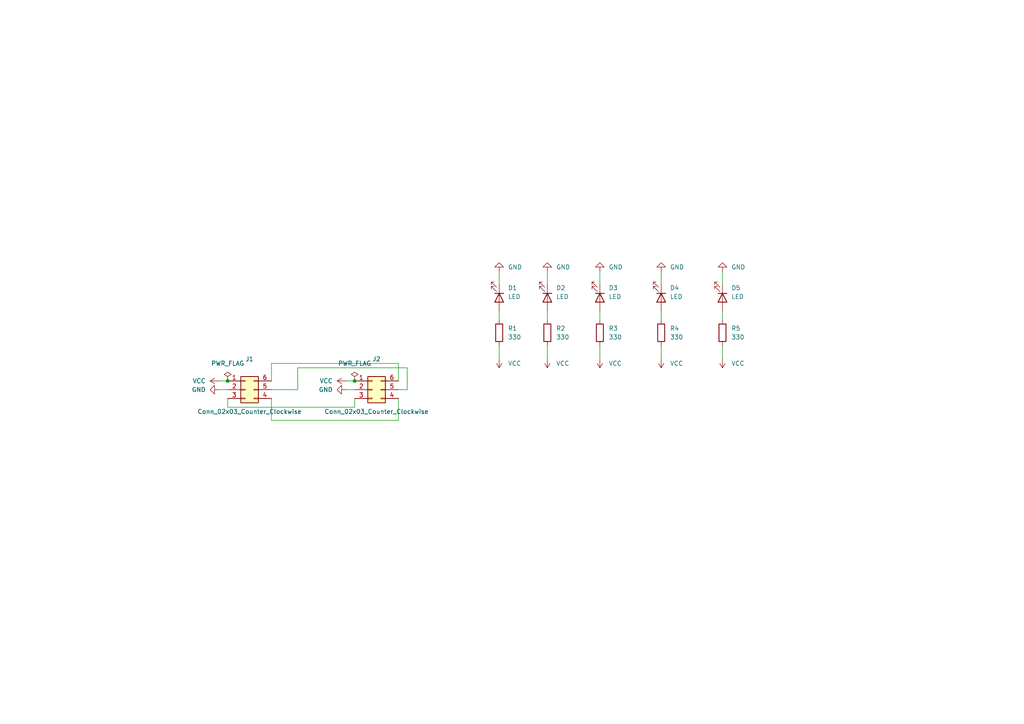
<source format=kicad_sch>
(kicad_sch (version 20211123) (generator eeschema)
  (paper "A4")
  (lib_symbols
    (symbol "Connector_Generic:Conn_02x03_Counter_Clockwise" (pin_names (offset 1.016) hide)
      (property "Reference" "J" (at 1.27 5.08 0))
      (property "Value" "Conn_02x03_Counter_Clockwise" (at 1.27 -5.08 0))
      (symbol "Conn_02x03_Counter_Clockwise_1_1"
        (rectangle (start -1.27 -2.413) (end 0 -2.667) (stroke (width 0.1524)))
        (rectangle (start -1.27 0.127) (end 0 -0.127) (stroke (width 0.1524)))
        (rectangle (start -1.27 2.667) (end 0 2.413) (stroke (width 0.1524)))
        (rectangle (start -1.27 3.81) (end 3.81 -3.81) (stroke (width 0.254)) (fill (type background)))
        (rectangle (start 3.81 -2.413) (end 2.54 -2.667) (stroke (width 0.1524)))
        (rectangle (start 3.81 0.127) (end 2.54 -0.127) (stroke (width 0.1524)))
        (rectangle (start 3.81 2.667) (end 2.54 2.413) (stroke (width 0.1524)))
        (pin passive line (at -5.08 2.54 0) (length 3.81) (name "Pin_1") (number "1"))
        (pin passive line (at -5.08 0 0) (length 3.81) (name "Pin_2") (number "2"))
        (pin passive line (at -5.08 -2.54 0) (length 3.81) (name "Pin_3") (number "3"))
        (pin passive line (at 7.62 -2.54 180) (length 3.81) (name "Pin_4") (number "4"))
        (pin passive line (at 7.62 0 180) (length 3.81) (name "Pin_5") (number "5"))
        (pin passive line (at 7.62 2.54 180) (length 3.81) (name "Pin_6") (number "6"))
      )
    )
    (symbol "Device:LED" (pin_numbers hide) (pin_names (offset 1.016) hide)
      (property "Reference" "D" (at 0 2.54 0))
      (property "Value" "LED" (at 0 -2.54 0))
      (symbol "LED_0_1"
        (polyline (pts (xy -1.27 -1.27) (xy -1.27 1.27)) (stroke (width 0.254)))
        (polyline (pts (xy -1.27 0) (xy 1.27 0)))
        (polyline (pts (xy 1.27 -1.27) (xy 1.27 1.27) (xy -1.27 0) (xy 1.27 -1.27)) (stroke (width 0.254)))
        (polyline (pts (xy -3.048 -0.762) (xy -4.572 -2.286) (xy -3.81 -2.286) (xy -4.572 -2.286) (xy -4.572 -1.524)))
        (polyline (pts (xy -1.778 -0.762) (xy -3.302 -2.286) (xy -2.54 -2.286) (xy -3.302 -2.286) (xy -3.302 -1.524)))
      )
      (symbol "LED_1_1"
        (pin passive line (at -3.81 0 0) (length 2.54) (name "K") (number "1"))
        (pin passive line (at 3.81 0 180) (length 2.54) (name "A") (number "2"))
      )
    )
    (symbol "Device:R" (pin_numbers hide) (pin_names (offset 0))
      (property "Reference" "R" (at 2.032 0 90))
      (property "Value" "R" (at 0 0 90))
      (symbol "R_0_1"
        (rectangle (start -1.016 -2.54) (end 1.016 2.54) (stroke (width 0.254)))
      )
      (symbol "R_1_1"
        (pin passive line (at 0 3.81 270) (length 1.27) (name "~") (number "1"))
        (pin passive line (at 0 -3.81 90) (length 1.27) (name "~") (number "2"))
      )
    )
    (symbol "power:GND" (power) (pin_names (offset 0))
      (property "Value" "GND" (at 0 -3.81 0))
      (symbol "GND_0_1"
        (polyline (pts (xy 0 0) (xy 0 -1.27) (xy 1.27 -1.27) (xy 0 -2.54) (xy -1.27 -1.27) (xy 0 -1.27)))
      )
      (symbol "GND_1_1"
        (pin power_in line (at 0 0 270) (length 0) hide (name "GND") (number "1"))
      )
    )
    (symbol "power:PWR_FLAG" (power) (pin_numbers hide) (pin_names (offset 0) hide)
      (property "Value" "PWR_FLAG" (at 0 3.81 0))
      (symbol "PWR_FLAG_0_0"
        (pin power_out line (at 0 0 90) (length 0) (name "pwr") (number "1"))
      )
      (symbol "PWR_FLAG_0_1"
        (polyline (pts (xy 0 0) (xy 0 1.27) (xy -1.016 1.905) (xy 0 2.54) (xy 1.016 1.905) (xy 0 1.27)))
      )
    )
    (symbol "power:VCC" (power) (pin_names (offset 0))
      (property "Value" "VCC" (at 0 3.81 0))
      (symbol "VCC_0_1"
        (polyline (pts (xy -0.762 1.27) (xy 0 2.54)))
        (polyline (pts (xy 0 0) (xy 0 2.54)))
        (polyline (pts (xy 0 2.54) (xy 0.762 1.27)))
      )
      (symbol "VCC_1_1"
        (pin power_in line (at 0 0 90) (length 0) hide (name "VCC") (number "1"))
      )
    )
  )
  (junction (at 66.04 110.49))
  (junction (at 102.87 110.49))
  (wire (pts (xy 191.77 78.74) (xy 191.77 82.55)))
  (wire (pts (xy 78.74 115.57) (xy 78.74 121.92)))
  (wire (pts (xy 100.33 110.49) (xy 102.87 110.49)))
  (wire (pts (xy 191.77 100.33) (xy 191.77 104.14)))
  (wire (pts (xy 173.99 90.17) (xy 173.99 92.71)))
  (wire (pts (xy 66.04 118.11) (xy 102.87 118.11)))
  (wire (pts (xy 173.99 78.74) (xy 173.99 82.55)))
  (wire (pts (xy 144.78 78.74) (xy 144.78 82.55)))
  (wire (pts (xy 144.78 90.17) (xy 144.78 92.71)))
  (wire (pts (xy 86.36 113.03) (xy 86.36 106.68)))
  (wire (pts (xy 118.11 113.03) (xy 115.57 113.03)))
  (wire (pts (xy 158.75 90.17) (xy 158.75 92.71)))
  (wire (pts (xy 63.5 110.49) (xy 66.04 110.49)))
  (wire (pts (xy 209.55 78.74) (xy 209.55 82.55)))
  (wire (pts (xy 78.74 113.03) (xy 86.36 113.03)))
  (wire (pts (xy 118.11 106.68) (xy 118.11 113.03)))
  (wire (pts (xy 144.78 100.33) (xy 144.78 104.14)))
  (wire (pts (xy 158.75 78.74) (xy 158.75 82.55)))
  (wire (pts (xy 115.57 105.41) (xy 115.57 110.49)))
  (wire (pts (xy 78.74 105.41) (xy 115.57 105.41)))
  (wire (pts (xy 209.55 90.17) (xy 209.55 92.71)))
  (wire (pts (xy 158.75 100.33) (xy 158.75 104.14)))
  (wire (pts (xy 78.74 121.92) (xy 115.57 121.92)))
  (wire (pts (xy 115.57 121.92) (xy 115.57 115.57)))
  (wire (pts (xy 66.04 115.57) (xy 66.04 118.11)))
  (wire (pts (xy 173.99 100.33) (xy 173.99 104.14)))
  (wire (pts (xy 191.77 90.17) (xy 191.77 92.71)))
  (wire (pts (xy 63.5 113.03) (xy 66.04 113.03)))
  (wire (pts (xy 78.74 110.49) (xy 78.74 105.41)))
  (wire (pts (xy 209.55 100.33) (xy 209.55 104.14)))
  (wire (pts (xy 100.33 113.03) (xy 102.87 113.03)))
  (wire (pts (xy 102.87 118.11) (xy 102.87 115.57)))
  (wire (pts (xy 86.36 106.68) (xy 118.11 106.68)))
  (symbol (lib_id "power:VCC") (at 209.55 104.14 180) (unit 1)
    (property "Reference" "#PWR014" (effects hide))
    (property "Value" "VCC" (at 212.09 105.4099 0) (effects (justify right)))
  )
  (symbol (lib_id "Device:LED") (at 209.55 86.36 270) (unit 1)
    (property "Reference" "D5" (at 212.09 83.5024 90) (effects (justify left)))
    (property "Value" "LED" (at 212.09 86.0424 90) (effects (justify left)))
    (property "Footprint" "SpaceBase_Library:APTR3216-VFX" (effects hide))
  )
  (symbol (lib_id "power:VCC") (at 158.75 104.14 180) (unit 1)
    (property "Reference" "#PWR08" (effects hide))
    (property "Value" "VCC" (at 161.29 105.4099 0) (effects (justify right)))
  )
  (symbol (lib_id "power:PWR_FLAG") (at 102.87 110.49 0) (unit 1)
    (property "Reference" "#FLG02" (effects hide))
    (property "Value" "PWR_FLAG" (at 102.87 105.41 0))
  )
  (symbol (lib_id "power:GND") (at 100.33 113.03 270) (unit 1)
    (property "Reference" "#PWR04" (effects hide))
    (property "Value" "GND" (at 96.52 113.0299 90) (effects (justify right)))
  )
  (symbol (lib_id "Device:LED") (at 158.75 86.36 270) (unit 1)
    (property "Reference" "D2" (at 161.29 83.5024 90) (effects (justify left)))
    (property "Value" "LED" (at 161.29 86.0424 90) (effects (justify left)))
    (property "Footprint" "SpaceBase_Library:APTR3216-VFX" (effects hide))
  )
  (symbol (lib_id "power:VCC") (at 173.99 104.14 180) (unit 1)
    (property "Reference" "#PWR010" (effects hide))
    (property "Value" "VCC" (at 176.53 105.4099 0) (effects (justify right)))
  )
  (symbol (lib_id "power:VCC") (at 63.5 110.49 90) (unit 1)
    (property "Reference" "#PWR01" (effects hide))
    (property "Value" "VCC" (at 59.69 110.4899 90) (effects (justify left)))
  )
  (symbol (lib_id "Device:R") (at 158.75 96.52 0) (unit 1)
    (property "Reference" "R2" (at 161.29 95.2499 0) (effects (justify left)))
    (property "Value" "330" (at 161.29 97.7899 0) (effects (justify left)))
    (property "Footprint" "Resistor_SMD:R_1206_3216Metric_Pad1.30x1.75mm_HandSolder" (effects hide))
  )
  (symbol (lib_id "Device:R") (at 209.55 96.52 0) (unit 1)
    (property "Reference" "R5" (at 212.09 95.2499 0) (effects (justify left)))
    (property "Value" "330" (at 212.09 97.7899 0) (effects (justify left)))
    (property "Footprint" "Resistor_SMD:R_1206_3216Metric_Pad1.30x1.75mm_HandSolder" (effects hide))
  )
  (symbol (lib_id "power:VCC") (at 144.78 104.14 180) (unit 1)
    (property "Reference" "#PWR06" (effects hide))
    (property "Value" "VCC" (at 147.32 105.4099 0) (effects (justify right)))
  )
  (symbol (lib_id "Device:LED") (at 144.78 86.36 270) (unit 1)
    (property "Reference" "D1" (at 147.32 83.5024 90) (effects (justify left)))
    (property "Value" "LED" (at 147.32 86.0424 90) (effects (justify left)))
    (property "Footprint" "SpaceBase_Library:APTR3216-VFX" (effects hide))
  )
  (symbol (lib_id "power:PWR_FLAG") (at 66.04 110.49 0) (unit 1)
    (property "Reference" "#FLG01" (effects hide))
    (property "Value" "PWR_FLAG" (at 66.04 105.41 0))
  )
  (symbol (lib_id "power:GND") (at 191.77 78.74 180) (unit 1)
    (property "Reference" "#PWR011" (effects hide))
    (property "Value" "GND" (at 194.31 77.4699 0) (effects (justify right)))
  )
  (symbol (lib_id "power:GND") (at 158.75 78.74 180) (unit 1)
    (property "Reference" "#PWR07" (effects hide))
    (property "Value" "GND" (at 161.29 77.4699 0) (effects (justify right)))
  )
  (symbol (lib_id "power:GND") (at 209.55 78.74 180) (unit 1)
    (property "Reference" "#PWR013" (effects hide))
    (property "Value" "GND" (at 212.09 77.4699 0) (effects (justify right)))
  )
  (symbol (lib_id "Device:R") (at 191.77 96.52 0) (unit 1)
    (property "Reference" "R4" (at 194.31 95.2499 0) (effects (justify left)))
    (property "Value" "330" (at 194.31 97.7899 0) (effects (justify left)))
    (property "Footprint" "Resistor_SMD:R_1206_3216Metric_Pad1.30x1.75mm_HandSolder" (effects hide))
  )
  (symbol (lib_id "power:GND") (at 63.5 113.03 270) (unit 1)
    (property "Reference" "#PWR02" (effects hide))
    (property "Value" "GND" (at 59.69 113.0299 90) (effects (justify right)))
  )
  (symbol (lib_id "Device:LED") (at 173.99 86.36 270) (unit 1)
    (property "Reference" "D3" (at 176.53 83.5024 90) (effects (justify left)))
    (property "Value" "LED" (at 176.53 86.0424 90) (effects (justify left)))
    (property "Footprint" "SpaceBase_Library:APTR3216-VFX" (effects hide))
  )
  (symbol (lib_id "power:VCC") (at 191.77 104.14 180) (unit 1)
    (property "Reference" "#PWR012" (effects hide))
    (property "Value" "VCC" (at 194.31 105.4099 0) (effects (justify right)))
  )
  (symbol (lib_id "power:GND") (at 144.78 78.74 180) (unit 1)
    (property "Reference" "#PWR05" (effects hide))
    (property "Value" "GND" (at 147.32 77.4699 0) (effects (justify right)))
  )
  (symbol (lib_id "power:VCC") (at 100.33 110.49 90) (unit 1)
    (property "Reference" "#PWR03" (effects hide))
    (property "Value" "VCC" (at 96.52 110.4899 90) (effects (justify left)))
  )
  (symbol (lib_id "Device:R") (at 144.78 96.52 0) (unit 1)
    (property "Reference" "R1" (at 147.32 95.2499 0) (effects (justify left)))
    (property "Value" "330" (at 147.32 97.7899 0) (effects (justify left)))
    (property "Footprint" "Resistor_SMD:R_1206_3216Metric_Pad1.30x1.75mm_HandSolder" (effects hide))
  )
  (symbol (lib_id "Device:LED") (at 191.77 86.36 270) (unit 1)
    (property "Reference" "D4" (at 194.31 83.5024 90) (effects (justify left)))
    (property "Value" "LED" (at 194.31 86.0424 90) (effects (justify left)))
    (property "Footprint" "SpaceBase_Library:APTR3216-VFX" (effects hide))
  )
  (symbol (lib_id "power:GND") (at 173.99 78.74 180) (unit 1)
    (property "Reference" "#PWR09" (effects hide))
    (property "Value" "GND" (at 176.53 77.4699 0) (effects (justify right)))
  )
  (symbol (lib_id "Connector_Generic:Conn_02x03_Counter_Clockwise") (at 71.12 113.03 0) (unit 1)
    (property "Reference" "J1" (at 72.39 104.14 0))
    (property "Value" "Conn_02x03_Counter_Clockwise" (at 72.39 119.38 0))
    (property "Footprint" "SpaceBase_Library:space2sky_connector" (effects hide))
  )
  (symbol (lib_id "Connector_Generic:Conn_02x03_Counter_Clockwise") (at 107.95 113.03 0) (unit 1)
    (property "Reference" "J2" (at 109.22 104.14 0))
    (property "Value" "Conn_02x03_Counter_Clockwise" (at 109.22 119.38 0))
    (property "Footprint" "SpaceBase_Library:spaceBase_connector" (effects hide))
  )
  (symbol (lib_id "Device:R") (at 173.99 96.52 0) (unit 1)
    (property "Reference" "R3" (at 176.53 95.2499 0) (effects (justify left)))
    (property "Value" "330" (at 176.53 97.7899 0) (effects (justify left)))
    (property "Footprint" "Resistor_SMD:R_1206_3216Metric_Pad1.30x1.75mm_HandSolder" (effects hide))
  )
)
</source>
